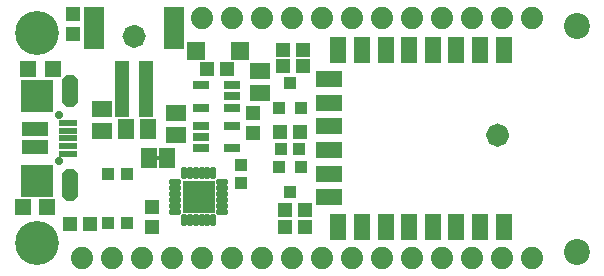
<source format=gts>
G04 DipTrace 3.0.0.0*
G04 TopMask.gts*
%MOIN*%
G04 #@! TF.FileFunction,Soldermask,Top*
G04 #@! TF.Part,Single*
%AMOUTLINE1*
4,1,40,
-0.019764,-0.002932,
-0.019676,-0.003937,
-0.019369,-0.005075,
-0.018873,-0.006146,
-0.018192,-0.007118,
-0.017355,-0.007956,
-0.016382,-0.008637,
-0.015311,-0.009133,
-0.014174,-0.009439,
-0.013168,-0.009528,
0.013168,-0.009528,
0.014174,-0.009439,
0.015311,-0.009133,
0.016382,-0.008637,
0.017355,-0.007956,
0.018192,-0.007118,
0.018873,-0.006146,
0.019369,-0.005075,
0.019676,-0.003937,
0.019764,-0.002932,
0.019764,0.002932,
0.019676,0.003937,
0.019369,0.005075,
0.018873,0.006146,
0.018192,0.007118,
0.017355,0.007956,
0.016382,0.008637,
0.015311,0.009133,
0.014174,0.009439,
0.013168,0.009528,
-0.013168,0.009528,
-0.014174,0.009439,
-0.015311,0.009133,
-0.016382,0.008637,
-0.017355,0.007956,
-0.018192,0.007118,
-0.018873,0.006146,
-0.019369,0.005075,
-0.019676,0.003937,
-0.019764,0.002932,
-0.019764,-0.002932,
0*%
%AMOUTLINE4*
4,1,40,
-0.002932,0.019764,
-0.003937,0.019676,
-0.005075,0.019369,
-0.006146,0.018873,
-0.007118,0.018192,
-0.007956,0.017355,
-0.008637,0.016382,
-0.009133,0.015311,
-0.009439,0.014174,
-0.009528,0.013168,
-0.009528,-0.013168,
-0.009439,-0.014174,
-0.009133,-0.015311,
-0.008637,-0.016382,
-0.007956,-0.017355,
-0.007118,-0.018192,
-0.006146,-0.018873,
-0.005075,-0.019369,
-0.003937,-0.019676,
-0.002932,-0.019764,
0.002932,-0.019764,
0.003937,-0.019676,
0.005075,-0.019369,
0.006146,-0.018873,
0.007118,-0.018192,
0.007956,-0.017355,
0.008637,-0.016382,
0.009133,-0.015311,
0.009439,-0.014174,
0.009528,-0.013168,
0.009528,0.013168,
0.009439,0.014174,
0.009133,0.015311,
0.008637,0.016382,
0.007956,0.017355,
0.007118,0.018192,
0.006146,0.018873,
0.005075,0.019369,
0.003937,0.019676,
0.002932,0.019764,
-0.002932,0.019764,
0*%
%AMOUTLINE7*
4,1,40,
0.019764,0.002932,
0.019676,0.003937,
0.019369,0.005075,
0.018873,0.006146,
0.018192,0.007118,
0.017355,0.007956,
0.016382,0.008637,
0.015311,0.009133,
0.014174,0.009439,
0.013168,0.009528,
-0.013168,0.009528,
-0.014174,0.009439,
-0.015311,0.009133,
-0.016382,0.008637,
-0.017355,0.007956,
-0.018192,0.007118,
-0.018873,0.006146,
-0.019369,0.005075,
-0.019676,0.003937,
-0.019764,0.002932,
-0.019764,-0.002932,
-0.019676,-0.003937,
-0.019369,-0.005075,
-0.018873,-0.006146,
-0.018192,-0.007118,
-0.017355,-0.007956,
-0.016382,-0.008637,
-0.015311,-0.009133,
-0.014174,-0.009439,
-0.013168,-0.009528,
0.013168,-0.009528,
0.014174,-0.009439,
0.015311,-0.009133,
0.016382,-0.008637,
0.017355,-0.007956,
0.018192,-0.007118,
0.018873,-0.006146,
0.019369,-0.005075,
0.019676,-0.003937,
0.019764,-0.002932,
0.019764,0.002932,
0*%
%AMOUTLINE10*
4,1,40,
0.002932,-0.019764,
0.003937,-0.019676,
0.005075,-0.019369,
0.006146,-0.018873,
0.007118,-0.018192,
0.007956,-0.017355,
0.008637,-0.016382,
0.009133,-0.015311,
0.009439,-0.014174,
0.009528,-0.013168,
0.009528,0.013168,
0.009439,0.014174,
0.009133,0.015311,
0.008637,0.016382,
0.007956,0.017355,
0.007118,0.018192,
0.006146,0.018873,
0.005075,0.019369,
0.003937,0.019676,
0.002932,0.019764,
-0.002932,0.019764,
-0.003937,0.019676,
-0.005075,0.019369,
-0.006146,0.018873,
-0.007118,0.018192,
-0.007956,0.017355,
-0.008637,0.016382,
-0.009133,0.015311,
-0.009439,0.014174,
-0.009528,0.013168,
-0.009528,-0.013168,
-0.009439,-0.014174,
-0.009133,-0.015311,
-0.008637,-0.016382,
-0.007956,-0.017355,
-0.007118,-0.018192,
-0.006146,-0.018873,
-0.005075,-0.019369,
-0.003937,-0.019676,
-0.002932,-0.019764,
0.002932,-0.019764,
0*%
%AMOUTLINE13*
4,1,36,
0.0,-0.023716,
0.004119,-0.023356,
0.008111,-0.022285,
0.011857,-0.020539,
0.015244,-0.018168,
0.018168,-0.015244,
0.020539,-0.011857,
0.022285,-0.008111,
0.023356,-0.004119,
0.023716,0.0,
0.023356,0.004119,
0.022285,0.008111,
0.020539,0.011857,
0.018168,0.015244,
0.015244,0.018168,
0.011857,0.020539,
0.008111,0.022285,
0.004119,0.023356,
0.0,0.023716,
-0.004119,0.023356,
-0.008111,0.022285,
-0.011857,0.020539,
-0.015244,0.018168,
-0.018168,0.015244,
-0.020539,0.011857,
-0.022285,0.008111,
-0.023356,0.004119,
-0.023716,0.0,
-0.023356,-0.004119,
-0.022285,-0.008111,
-0.020539,-0.011857,
-0.018168,-0.015244,
-0.015244,-0.018168,
-0.011857,-0.020539,
-0.008111,-0.022285,
-0.004119,-0.023356,
0.0,-0.023716,
0*%
%AMOUTLINE16*
4,1,8,
0.011516,0.079301,
0.027804,0.063012,
0.027804,-0.011516,
0.011516,-0.027804,
-0.011516,-0.027804,
-0.027804,-0.011516,
-0.027804,0.063012,
-0.011516,0.079301,
0.011516,0.079301,
0*%
%AMOUTLINE19*
4,1,8,
-0.011516,-0.079301,
-0.027804,-0.063012,
-0.027804,0.011516,
-0.011516,0.027804,
0.011516,0.027804,
0.027804,0.011516,
0.027804,-0.063012,
0.011516,-0.079301,
-0.011516,-0.079301,
0*%
%ADD41C,0.019685*%
%ADD50C,0.086614*%
%ADD51C,0.027559*%
%ADD59R,0.061181X0.02378*%
%ADD61R,0.086772X0.047402*%
%ADD63R,0.086772X0.055276*%
%ADD65R,0.055276X0.086772*%
%ADD67R,0.071024X0.14189*%
%ADD69R,0.047402X0.189134*%
%ADD71C,0.146457*%
%ADD73R,0.055276X0.029685*%
%ADD75R,0.043465X0.043465*%
%ADD77R,0.033031X0.016031*%
%ADD79R,0.054031X0.071031*%
%ADD81R,0.039528X0.039528*%
%ADD83R,0.051339X0.047402*%
%ADD85R,0.039528X0.043465*%
%ADD87C,0.074031*%
%ADD89R,0.106457X0.106457*%
%ADD91R,0.06315X0.06315*%
%ADD93R,0.055276X0.055276*%
%ADD95R,0.047402X0.051339*%
%ADD97R,0.05685X0.067087*%
%ADD99R,0.067087X0.05685*%
%ADD103OUTLINE1*%
%ADD106OUTLINE4*%
%ADD109OUTLINE7*%
%ADD112OUTLINE10*%
%ADD115OUTLINE13*%
%ADD118OUTLINE16*%
%ADD121OUTLINE19*%
%FSLAX26Y26*%
G04*
G70*
G90*
G75*
G01*
G04 TopMask*
%LPD*%
D99*
X1239016Y1068917D3*
Y994114D3*
D97*
X866417Y874016D3*
X791614D3*
D99*
X712441Y866811D3*
Y941614D3*
D95*
X878346Y615472D3*
Y548543D3*
D99*
X959606Y929055D3*
Y854252D3*
D93*
X447677Y614016D3*
X530354D3*
X465177Y1076516D3*
X547854D3*
D91*
X1026181Y1134016D3*
X1171850D3*
D50*
X2294016Y466516D3*
Y1219016D3*
D103*
X955276Y698228D3*
Y678543D3*
Y658858D3*
Y639173D3*
Y619488D3*
Y599803D3*
D106*
X984803Y570276D3*
X1004488D3*
X1024173D3*
X1043858D3*
X1063543D3*
X1083228D3*
D109*
X1112756Y599803D3*
Y619488D3*
Y639173D3*
Y658858D3*
Y678543D3*
Y698228D3*
D112*
X1083228Y727756D3*
X1063543D3*
X1043858D3*
X1024173D3*
X1004488D3*
X984803D3*
D89*
X1034016Y649016D3*
D87*
X2144016Y444016D3*
X2044016D3*
X1944016D3*
X1844016D3*
X1744016D3*
X1644016D3*
X1544016D3*
X1444016D3*
X1344016D3*
X1244016D3*
X1144016D3*
X1044016D3*
X944016D3*
X844016D3*
X744016D3*
X644016D3*
X1044016Y1244016D3*
X1144016D3*
X1244016D3*
X1344016D3*
X1444016D3*
X1544016D3*
X1644016D3*
X1744016D3*
X1844016D3*
X1944016D3*
X2044016D3*
X2144016D3*
D85*
X1376417Y748386D3*
X1301614D3*
X1339016Y665709D3*
X1301614Y944646D3*
X1376417D3*
X1339016Y1027323D3*
D83*
X1382480Y1139016D3*
X1315551D3*
X605551Y559016D3*
X672480D3*
X1382480Y1084016D3*
X1315551D3*
X1372480Y864016D3*
X1305551D3*
D81*
X1309016Y809016D3*
X1369016D3*
D83*
X1320551Y549016D3*
X1387480D3*
X1060551Y1074016D3*
X1127480D3*
D95*
X1214016Y927480D3*
Y860551D3*
D83*
X1387480Y604016D3*
X1320551D3*
D95*
X614016Y1257480D3*
Y1190551D3*
D81*
X1174016Y754016D3*
Y694016D3*
D79*
X929016Y779016D3*
X869016D3*
D77*
X899016D3*
D75*
X795512Y563307D3*
Y724724D3*
X732520Y563307D3*
Y724724D3*
D73*
X1145201Y946614D3*
Y984016D3*
Y1021417D3*
X1042831D3*
Y946614D3*
Y886417D3*
Y849016D3*
Y811614D3*
X1145201D3*
Y886417D3*
D71*
X494016Y1194016D3*
Y494016D3*
X819016Y1213543D2*
D41*
G02X848543Y1184016I-1J-29528D01*
G01*
G02X819016Y1154488I-29528J0D01*
G01*
G02X789488Y1184016I1J29528D01*
G01*
G02X819016Y1213543I29528J-1D01*
G01*
D115*
Y1184016D3*
X2030874Y883819D2*
D41*
G02X2060402Y854291I-1J-29528D01*
G01*
G02X2030874Y824764I-29528J0D01*
G01*
G02X2001346Y854291I1J29528D01*
G01*
G02X2030874Y883819I29528J-1D01*
G01*
D115*
Y854291D3*
D69*
X779646Y1008346D3*
X858386D3*
D67*
X685157Y1213071D3*
X952874D3*
D65*
X2051181Y1139291D3*
X1972441D3*
X1893701D3*
X1814961D3*
X1736220D3*
X1657480D3*
X1578740D3*
X1500000D3*
Y548740D3*
X1578740D3*
X1657480D3*
X1736220D3*
X1814961D3*
X1893701D3*
X1972441D3*
X2051181D3*
D63*
X1469685Y1040866D3*
Y962126D3*
Y883386D3*
Y804646D3*
Y725906D3*
Y647165D3*
G36*
X628035Y885303D2*
X571002D1*
Y905044D1*
X628035D1*
Y885303D1*
G37*
G36*
Y859693D2*
X571002D1*
Y879475D1*
X628035D1*
Y859693D1*
G37*
G36*
Y834125D2*
X571002D1*
Y853866D1*
X628035D1*
Y834125D1*
G37*
G36*
Y808515D2*
X571002D1*
Y828297D1*
X628035D1*
Y808515D1*
G37*
G36*
Y782905D2*
X571002D1*
Y802687D1*
X628035D1*
Y782905D1*
G37*
D61*
X490276Y873543D3*
Y814488D3*
D59*
X599528Y844016D3*
Y869606D3*
Y792835D3*
Y818425D3*
D118*
X604449Y973937D3*
D121*
Y714094D3*
D89*
X494213Y985748D3*
Y702283D3*
D59*
X599528Y895197D3*
D51*
X569016Y920787D3*
Y767244D3*
M02*

</source>
